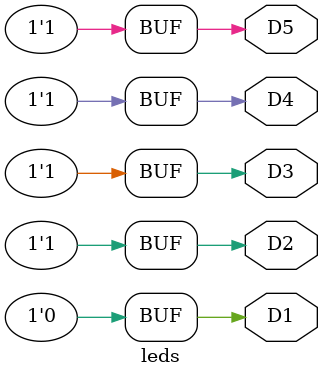
<source format=v>

module leds(output wire D1,
            output wire D2,
            output wire D3,
            output wire D4,
            output wire D5);

assign D1 = 1'b0;
assign D2 = 1'b1;
assign D3 = 1'b1;
assign D4 = 1'b1;
assign D5 = 1'b1;

endmodule

</source>
